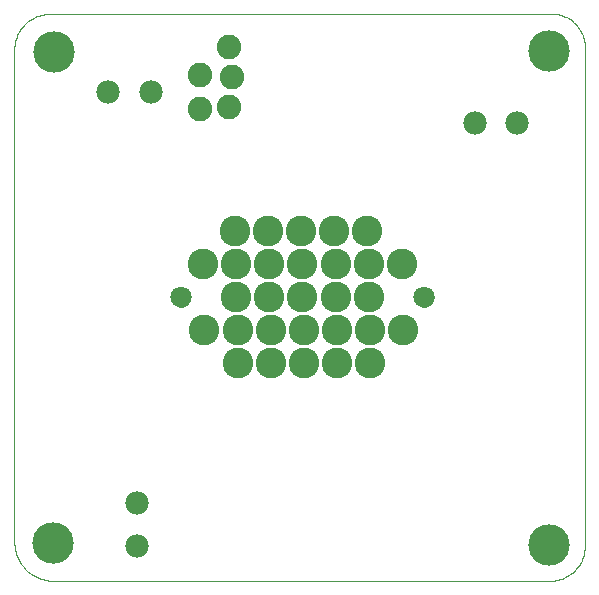
<source format=gbs>
G75*
G70*
%OFA0B0*%
%FSLAX24Y24*%
%IPPOS*%
%LPD*%
%AMOC8*
5,1,8,0,0,1.08239X$1,22.5*
%
%ADD10C,0.0000*%
%ADD11C,0.0780*%
%ADD12C,0.1380*%
%ADD13C,0.0710*%
%ADD14C,0.0820*%
%ADD15C,0.1025*%
D10*
X002197Y001169D02*
X018827Y001169D01*
X018828Y001169D02*
X018893Y001175D01*
X018958Y001185D01*
X019022Y001198D01*
X019085Y001215D01*
X019147Y001236D01*
X019208Y001260D01*
X019267Y001287D01*
X019325Y001318D01*
X019381Y001352D01*
X019435Y001389D01*
X019487Y001429D01*
X019537Y001472D01*
X019584Y001517D01*
X019628Y001565D01*
X019670Y001616D01*
X019708Y001669D01*
X019744Y001723D01*
X019777Y001780D01*
X019806Y001839D01*
X019832Y001899D01*
X019855Y001960D01*
X019874Y002023D01*
X019890Y002086D01*
X019902Y002151D01*
X019910Y002216D01*
X019915Y002281D01*
X019916Y002346D01*
X019913Y002412D01*
X019913Y018974D01*
X019911Y019037D01*
X019906Y019101D01*
X019896Y019164D01*
X019884Y019226D01*
X019867Y019287D01*
X019847Y019348D01*
X019824Y019407D01*
X019797Y019465D01*
X019767Y019520D01*
X019733Y019575D01*
X019697Y019627D01*
X019657Y019677D01*
X019615Y019724D01*
X019570Y019769D01*
X019523Y019811D01*
X019473Y019851D01*
X019421Y019887D01*
X019366Y019921D01*
X019311Y019951D01*
X019253Y019978D01*
X019194Y020001D01*
X019133Y020021D01*
X019072Y020038D01*
X019010Y020050D01*
X018947Y020060D01*
X018883Y020065D01*
X018820Y020067D01*
X002057Y020067D01*
X002057Y020066D02*
X001989Y020062D01*
X001923Y020054D01*
X001856Y020043D01*
X001791Y020028D01*
X001726Y020009D01*
X001663Y019986D01*
X001601Y019960D01*
X001540Y019931D01*
X001481Y019898D01*
X001425Y019862D01*
X001370Y019822D01*
X001317Y019780D01*
X001267Y019735D01*
X001220Y019687D01*
X001175Y019637D01*
X001134Y019584D01*
X001095Y019529D01*
X001060Y019472D01*
X001027Y019413D01*
X000998Y019352D01*
X000973Y019290D01*
X000951Y019226D01*
X000933Y019161D01*
X000918Y019096D01*
X000907Y019029D01*
X000900Y018962D01*
X000896Y018895D01*
X000897Y018828D01*
X000897Y002469D01*
X001529Y002427D02*
X001531Y002477D01*
X001537Y002527D01*
X001547Y002577D01*
X001560Y002625D01*
X001577Y002673D01*
X001598Y002719D01*
X001622Y002763D01*
X001650Y002805D01*
X001681Y002845D01*
X001715Y002882D01*
X001752Y002917D01*
X001791Y002948D01*
X001832Y002977D01*
X001876Y003002D01*
X001922Y003024D01*
X001969Y003042D01*
X002017Y003056D01*
X002066Y003067D01*
X002116Y003074D01*
X002166Y003077D01*
X002217Y003076D01*
X002267Y003071D01*
X002317Y003062D01*
X002365Y003050D01*
X002413Y003033D01*
X002459Y003013D01*
X002504Y002990D01*
X002547Y002963D01*
X002587Y002933D01*
X002625Y002900D01*
X002660Y002864D01*
X002693Y002825D01*
X002722Y002784D01*
X002748Y002741D01*
X002771Y002696D01*
X002790Y002649D01*
X002805Y002601D01*
X002817Y002552D01*
X002825Y002502D01*
X002829Y002452D01*
X002829Y002402D01*
X002825Y002352D01*
X002817Y002302D01*
X002805Y002253D01*
X002790Y002205D01*
X002771Y002158D01*
X002748Y002113D01*
X002722Y002070D01*
X002693Y002029D01*
X002660Y001990D01*
X002625Y001954D01*
X002587Y001921D01*
X002547Y001891D01*
X002504Y001864D01*
X002459Y001841D01*
X002413Y001821D01*
X002365Y001804D01*
X002317Y001792D01*
X002267Y001783D01*
X002217Y001778D01*
X002166Y001777D01*
X002116Y001780D01*
X002066Y001787D01*
X002017Y001798D01*
X001969Y001812D01*
X001922Y001830D01*
X001876Y001852D01*
X001832Y001877D01*
X001791Y001906D01*
X001752Y001937D01*
X001715Y001972D01*
X001681Y002009D01*
X001650Y002049D01*
X001622Y002091D01*
X001598Y002135D01*
X001577Y002181D01*
X001560Y002229D01*
X001547Y002277D01*
X001537Y002327D01*
X001531Y002377D01*
X001529Y002427D01*
X000897Y002469D02*
X000899Y002399D01*
X000905Y002328D01*
X000914Y002259D01*
X000927Y002190D01*
X000944Y002121D01*
X000965Y002054D01*
X000989Y001988D01*
X001017Y001923D01*
X001048Y001860D01*
X001083Y001799D01*
X001121Y001739D01*
X001162Y001682D01*
X001206Y001627D01*
X001253Y001575D01*
X001303Y001525D01*
X001355Y001478D01*
X001410Y001434D01*
X001467Y001393D01*
X001527Y001355D01*
X001588Y001320D01*
X001651Y001289D01*
X001716Y001261D01*
X001782Y001237D01*
X001849Y001216D01*
X001918Y001199D01*
X001987Y001186D01*
X002056Y001177D01*
X002127Y001171D01*
X002197Y001169D01*
X006133Y010618D02*
X006135Y010653D01*
X006141Y010688D01*
X006151Y010722D01*
X006164Y010755D01*
X006181Y010786D01*
X006202Y010814D01*
X006225Y010841D01*
X006252Y010864D01*
X006280Y010885D01*
X006311Y010902D01*
X006344Y010915D01*
X006378Y010925D01*
X006413Y010931D01*
X006448Y010933D01*
X006483Y010931D01*
X006518Y010925D01*
X006552Y010915D01*
X006585Y010902D01*
X006616Y010885D01*
X006644Y010864D01*
X006671Y010841D01*
X006694Y010814D01*
X006715Y010786D01*
X006732Y010755D01*
X006745Y010722D01*
X006755Y010688D01*
X006761Y010653D01*
X006763Y010618D01*
X006761Y010583D01*
X006755Y010548D01*
X006745Y010514D01*
X006732Y010481D01*
X006715Y010450D01*
X006694Y010422D01*
X006671Y010395D01*
X006644Y010372D01*
X006616Y010351D01*
X006585Y010334D01*
X006552Y010321D01*
X006518Y010311D01*
X006483Y010305D01*
X006448Y010303D01*
X006413Y010305D01*
X006378Y010311D01*
X006344Y010321D01*
X006311Y010334D01*
X006280Y010351D01*
X006252Y010372D01*
X006225Y010395D01*
X006202Y010422D01*
X006181Y010450D01*
X006164Y010481D01*
X006151Y010514D01*
X006141Y010548D01*
X006135Y010583D01*
X006133Y010618D01*
X001568Y018805D02*
X001570Y018855D01*
X001576Y018905D01*
X001586Y018955D01*
X001599Y019003D01*
X001616Y019051D01*
X001637Y019097D01*
X001661Y019141D01*
X001689Y019183D01*
X001720Y019223D01*
X001754Y019260D01*
X001791Y019295D01*
X001830Y019326D01*
X001871Y019355D01*
X001915Y019380D01*
X001961Y019402D01*
X002008Y019420D01*
X002056Y019434D01*
X002105Y019445D01*
X002155Y019452D01*
X002205Y019455D01*
X002256Y019454D01*
X002306Y019449D01*
X002356Y019440D01*
X002404Y019428D01*
X002452Y019411D01*
X002498Y019391D01*
X002543Y019368D01*
X002586Y019341D01*
X002626Y019311D01*
X002664Y019278D01*
X002699Y019242D01*
X002732Y019203D01*
X002761Y019162D01*
X002787Y019119D01*
X002810Y019074D01*
X002829Y019027D01*
X002844Y018979D01*
X002856Y018930D01*
X002864Y018880D01*
X002868Y018830D01*
X002868Y018780D01*
X002864Y018730D01*
X002856Y018680D01*
X002844Y018631D01*
X002829Y018583D01*
X002810Y018536D01*
X002787Y018491D01*
X002761Y018448D01*
X002732Y018407D01*
X002699Y018368D01*
X002664Y018332D01*
X002626Y018299D01*
X002586Y018269D01*
X002543Y018242D01*
X002498Y018219D01*
X002452Y018199D01*
X002404Y018182D01*
X002356Y018170D01*
X002306Y018161D01*
X002256Y018156D01*
X002205Y018155D01*
X002155Y018158D01*
X002105Y018165D01*
X002056Y018176D01*
X002008Y018190D01*
X001961Y018208D01*
X001915Y018230D01*
X001871Y018255D01*
X001830Y018284D01*
X001791Y018315D01*
X001754Y018350D01*
X001720Y018387D01*
X001689Y018427D01*
X001661Y018469D01*
X001637Y018513D01*
X001616Y018559D01*
X001599Y018607D01*
X001586Y018655D01*
X001576Y018705D01*
X001570Y018755D01*
X001568Y018805D01*
X014243Y010618D02*
X014245Y010653D01*
X014251Y010688D01*
X014261Y010722D01*
X014274Y010755D01*
X014291Y010786D01*
X014312Y010814D01*
X014335Y010841D01*
X014362Y010864D01*
X014390Y010885D01*
X014421Y010902D01*
X014454Y010915D01*
X014488Y010925D01*
X014523Y010931D01*
X014558Y010933D01*
X014593Y010931D01*
X014628Y010925D01*
X014662Y010915D01*
X014695Y010902D01*
X014726Y010885D01*
X014754Y010864D01*
X014781Y010841D01*
X014804Y010814D01*
X014825Y010786D01*
X014842Y010755D01*
X014855Y010722D01*
X014865Y010688D01*
X014871Y010653D01*
X014873Y010618D01*
X014871Y010583D01*
X014865Y010548D01*
X014855Y010514D01*
X014842Y010481D01*
X014825Y010450D01*
X014804Y010422D01*
X014781Y010395D01*
X014754Y010372D01*
X014726Y010351D01*
X014695Y010334D01*
X014662Y010321D01*
X014628Y010311D01*
X014593Y010305D01*
X014558Y010303D01*
X014523Y010305D01*
X014488Y010311D01*
X014454Y010321D01*
X014421Y010334D01*
X014390Y010351D01*
X014362Y010372D01*
X014335Y010395D01*
X014312Y010422D01*
X014291Y010450D01*
X014274Y010481D01*
X014261Y010514D01*
X014251Y010548D01*
X014245Y010583D01*
X014243Y010618D01*
X018056Y018829D02*
X018058Y018879D01*
X018064Y018929D01*
X018074Y018979D01*
X018087Y019027D01*
X018104Y019075D01*
X018125Y019121D01*
X018149Y019165D01*
X018177Y019207D01*
X018208Y019247D01*
X018242Y019284D01*
X018279Y019319D01*
X018318Y019350D01*
X018359Y019379D01*
X018403Y019404D01*
X018449Y019426D01*
X018496Y019444D01*
X018544Y019458D01*
X018593Y019469D01*
X018643Y019476D01*
X018693Y019479D01*
X018744Y019478D01*
X018794Y019473D01*
X018844Y019464D01*
X018892Y019452D01*
X018940Y019435D01*
X018986Y019415D01*
X019031Y019392D01*
X019074Y019365D01*
X019114Y019335D01*
X019152Y019302D01*
X019187Y019266D01*
X019220Y019227D01*
X019249Y019186D01*
X019275Y019143D01*
X019298Y019098D01*
X019317Y019051D01*
X019332Y019003D01*
X019344Y018954D01*
X019352Y018904D01*
X019356Y018854D01*
X019356Y018804D01*
X019352Y018754D01*
X019344Y018704D01*
X019332Y018655D01*
X019317Y018607D01*
X019298Y018560D01*
X019275Y018515D01*
X019249Y018472D01*
X019220Y018431D01*
X019187Y018392D01*
X019152Y018356D01*
X019114Y018323D01*
X019074Y018293D01*
X019031Y018266D01*
X018986Y018243D01*
X018940Y018223D01*
X018892Y018206D01*
X018844Y018194D01*
X018794Y018185D01*
X018744Y018180D01*
X018693Y018179D01*
X018643Y018182D01*
X018593Y018189D01*
X018544Y018200D01*
X018496Y018214D01*
X018449Y018232D01*
X018403Y018254D01*
X018359Y018279D01*
X018318Y018308D01*
X018279Y018339D01*
X018242Y018374D01*
X018208Y018411D01*
X018177Y018451D01*
X018149Y018493D01*
X018125Y018537D01*
X018104Y018583D01*
X018087Y018631D01*
X018074Y018679D01*
X018064Y018729D01*
X018058Y018779D01*
X018056Y018829D01*
X018056Y002372D02*
X018058Y002422D01*
X018064Y002472D01*
X018074Y002522D01*
X018087Y002570D01*
X018104Y002618D01*
X018125Y002664D01*
X018149Y002708D01*
X018177Y002750D01*
X018208Y002790D01*
X018242Y002827D01*
X018279Y002862D01*
X018318Y002893D01*
X018359Y002922D01*
X018403Y002947D01*
X018449Y002969D01*
X018496Y002987D01*
X018544Y003001D01*
X018593Y003012D01*
X018643Y003019D01*
X018693Y003022D01*
X018744Y003021D01*
X018794Y003016D01*
X018844Y003007D01*
X018892Y002995D01*
X018940Y002978D01*
X018986Y002958D01*
X019031Y002935D01*
X019074Y002908D01*
X019114Y002878D01*
X019152Y002845D01*
X019187Y002809D01*
X019220Y002770D01*
X019249Y002729D01*
X019275Y002686D01*
X019298Y002641D01*
X019317Y002594D01*
X019332Y002546D01*
X019344Y002497D01*
X019352Y002447D01*
X019356Y002397D01*
X019356Y002347D01*
X019352Y002297D01*
X019344Y002247D01*
X019332Y002198D01*
X019317Y002150D01*
X019298Y002103D01*
X019275Y002058D01*
X019249Y002015D01*
X019220Y001974D01*
X019187Y001935D01*
X019152Y001899D01*
X019114Y001866D01*
X019074Y001836D01*
X019031Y001809D01*
X018986Y001786D01*
X018940Y001766D01*
X018892Y001749D01*
X018844Y001737D01*
X018794Y001728D01*
X018744Y001723D01*
X018693Y001722D01*
X018643Y001725D01*
X018593Y001732D01*
X018544Y001743D01*
X018496Y001757D01*
X018449Y001775D01*
X018403Y001797D01*
X018359Y001822D01*
X018318Y001851D01*
X018279Y001882D01*
X018242Y001917D01*
X018208Y001954D01*
X018177Y001994D01*
X018149Y002036D01*
X018125Y002080D01*
X018104Y002126D01*
X018087Y002174D01*
X018074Y002222D01*
X018064Y002272D01*
X018058Y002322D01*
X018056Y002372D01*
D11*
X004995Y002342D03*
X004995Y003759D03*
X016238Y016441D03*
X017655Y016441D03*
X005447Y017455D03*
X004029Y017455D03*
D12*
X002218Y018805D03*
X002179Y002427D03*
X018706Y002372D03*
X018706Y018829D03*
D13*
X014558Y010618D03*
X006448Y010618D03*
D14*
X007098Y016900D03*
X008046Y016970D03*
X008146Y017970D03*
X008046Y018970D03*
X007098Y018040D03*
D15*
X008259Y012823D03*
X009362Y012823D03*
X010464Y012823D03*
X011566Y012823D03*
X012669Y012823D03*
X012708Y011720D03*
X013810Y011720D03*
X012708Y010618D03*
X012747Y009516D03*
X011645Y009516D03*
X011606Y010618D03*
X010503Y010618D03*
X009401Y010618D03*
X008299Y010618D03*
X008338Y009516D03*
X009440Y009516D03*
X010543Y009516D03*
X010543Y008413D03*
X009440Y008413D03*
X008338Y008413D03*
X007236Y009516D03*
X007196Y011720D03*
X008299Y011720D03*
X009401Y011720D03*
X010503Y011720D03*
X011606Y011720D03*
X013850Y009516D03*
X012747Y008413D03*
X011645Y008413D03*
M02*

</source>
